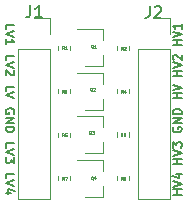
<source format=gbr>
G04 #@! TF.GenerationSoftware,KiCad,Pcbnew,(5.1.4)-1*
G04 #@! TF.CreationDate,2019-10-08T20:24:19-04:00*
G04 #@! TF.ProjectId,logic level shifter (bidirectional),6c6f6769-6320-46c6-9576-656c20736869,rev?*
G04 #@! TF.SameCoordinates,Original*
G04 #@! TF.FileFunction,Legend,Top*
G04 #@! TF.FilePolarity,Positive*
%FSLAX46Y46*%
G04 Gerber Fmt 4.6, Leading zero omitted, Abs format (unit mm)*
G04 Created by KiCad (PCBNEW (5.1.4)-1) date 2019-10-08 20:24:19*
%MOMM*%
%LPD*%
G04 APERTURE LIST*
%ADD10C,0.180975*%
%ADD11C,0.120000*%
%ADD12C,0.062500*%
%ADD13C,0.150000*%
G04 APERTURE END LIST*
D10*
X121573485Y-75555988D02*
X120823485Y-75555988D01*
X121180628Y-75555988D02*
X121180628Y-75127416D01*
X121573485Y-75127416D02*
X120823485Y-75127416D01*
X120823485Y-74877416D02*
X121573485Y-74627416D01*
X120823485Y-74377416D01*
X120894914Y-74163131D02*
X120859200Y-74127416D01*
X120823485Y-74055988D01*
X120823485Y-73877416D01*
X120859200Y-73805988D01*
X120894914Y-73770273D01*
X120966342Y-73734559D01*
X121037771Y-73734559D01*
X121144914Y-73770273D01*
X121573485Y-74198845D01*
X121573485Y-73734559D01*
X120859200Y-79887649D02*
X120823485Y-79959078D01*
X120823485Y-80066221D01*
X120859200Y-80173363D01*
X120930628Y-80244792D01*
X121002057Y-80280506D01*
X121144914Y-80316221D01*
X121252057Y-80316221D01*
X121394914Y-80280506D01*
X121466342Y-80244792D01*
X121537771Y-80173363D01*
X121573485Y-80066221D01*
X121573485Y-79994792D01*
X121537771Y-79887649D01*
X121502057Y-79851935D01*
X121252057Y-79851935D01*
X121252057Y-79994792D01*
X121573485Y-79530506D02*
X120823485Y-79530506D01*
X121573485Y-79101935D01*
X120823485Y-79101935D01*
X121573485Y-78744792D02*
X120823485Y-78744792D01*
X120823485Y-78566221D01*
X120859200Y-78459078D01*
X120930628Y-78387649D01*
X121002057Y-78351935D01*
X121144914Y-78316221D01*
X121252057Y-78316221D01*
X121394914Y-78351935D01*
X121466342Y-78387649D01*
X121537771Y-78459078D01*
X121573485Y-78566221D01*
X121573485Y-78744792D01*
X121573485Y-72952657D02*
X120823485Y-72952657D01*
X121180628Y-72952657D02*
X121180628Y-72524085D01*
X121573485Y-72524085D02*
X120823485Y-72524085D01*
X120823485Y-72274085D02*
X121573485Y-72024085D01*
X120823485Y-71774085D01*
X121573485Y-71131228D02*
X121573485Y-71559800D01*
X121573485Y-71345514D02*
X120823485Y-71345514D01*
X120930628Y-71416942D01*
X121002057Y-71488371D01*
X121037771Y-71559800D01*
X121573485Y-77445033D02*
X120823485Y-77445033D01*
X121180628Y-77445033D02*
X121180628Y-77016461D01*
X121573485Y-77016461D02*
X120823485Y-77016461D01*
X120823485Y-76766461D02*
X121573485Y-76516461D01*
X120823485Y-76266461D01*
X121573485Y-82973123D02*
X120823485Y-82973123D01*
X121180628Y-82973123D02*
X121180628Y-82544551D01*
X121573485Y-82544551D02*
X120823485Y-82544551D01*
X120823485Y-82294551D02*
X121573485Y-82044551D01*
X120823485Y-81794551D01*
X120823485Y-81615980D02*
X120823485Y-81151694D01*
X121109200Y-81401694D01*
X121109200Y-81294551D01*
X121144914Y-81223123D01*
X121180628Y-81187408D01*
X121252057Y-81151694D01*
X121430628Y-81151694D01*
X121502057Y-81187408D01*
X121537771Y-81223123D01*
X121573485Y-81294551D01*
X121573485Y-81508837D01*
X121537771Y-81580266D01*
X121502057Y-81615980D01*
X121573485Y-85576457D02*
X120823485Y-85576457D01*
X121180628Y-85576457D02*
X121180628Y-85147885D01*
X121573485Y-85147885D02*
X120823485Y-85147885D01*
X120823485Y-84897885D02*
X121573485Y-84647885D01*
X120823485Y-84397885D01*
X121073485Y-83826457D02*
X121573485Y-83826457D01*
X120787771Y-84005028D02*
X121323485Y-84183600D01*
X121323485Y-83719314D01*
X106670914Y-84211771D02*
X106670914Y-83854628D01*
X107420914Y-83854628D01*
X107420914Y-84354628D02*
X106670914Y-84604628D01*
X107420914Y-84854628D01*
X107170914Y-85426057D02*
X106670914Y-85426057D01*
X107456628Y-85247485D02*
X106920914Y-85068914D01*
X106920914Y-85533200D01*
X106670914Y-81608437D02*
X106670914Y-81251294D01*
X107420914Y-81251294D01*
X107420914Y-81751294D02*
X106670914Y-82001294D01*
X107420914Y-82251294D01*
X107420914Y-82429866D02*
X107420914Y-82894151D01*
X107135200Y-82644151D01*
X107135200Y-82751294D01*
X107099485Y-82822723D01*
X107063771Y-82858437D01*
X106992342Y-82894151D01*
X106813771Y-82894151D01*
X106742342Y-82858437D01*
X106706628Y-82822723D01*
X106670914Y-82751294D01*
X106670914Y-82537008D01*
X106706628Y-82465580D01*
X106742342Y-82429866D01*
X107385200Y-78719392D02*
X107420914Y-78647963D01*
X107420914Y-78540821D01*
X107385200Y-78433678D01*
X107313771Y-78362249D01*
X107242342Y-78326535D01*
X107099485Y-78290821D01*
X106992342Y-78290821D01*
X106849485Y-78326535D01*
X106778057Y-78362249D01*
X106706628Y-78433678D01*
X106670914Y-78540821D01*
X106670914Y-78612249D01*
X106706628Y-78719392D01*
X106742342Y-78755106D01*
X106992342Y-78755106D01*
X106992342Y-78612249D01*
X106670914Y-79076535D02*
X107420914Y-79076535D01*
X106670914Y-79505106D01*
X107420914Y-79505106D01*
X106670914Y-79862249D02*
X107420914Y-79862249D01*
X107420914Y-80040821D01*
X107385200Y-80147963D01*
X107313771Y-80219392D01*
X107242342Y-80255106D01*
X107099485Y-80290821D01*
X106992342Y-80290821D01*
X106849485Y-80255106D01*
X106778057Y-80219392D01*
X106706628Y-80147963D01*
X106670914Y-80040821D01*
X106670914Y-79862249D01*
X106670914Y-76794633D02*
X106670914Y-76437490D01*
X107420914Y-76437490D01*
X107420914Y-76937490D02*
X106670914Y-77187490D01*
X107420914Y-77437490D01*
X106670914Y-74191302D02*
X106670914Y-73834159D01*
X107420914Y-73834159D01*
X107420914Y-74334159D02*
X106670914Y-74584159D01*
X107420914Y-74834159D01*
X107349485Y-75048445D02*
X107385200Y-75084159D01*
X107420914Y-75155588D01*
X107420914Y-75334159D01*
X107385200Y-75405588D01*
X107349485Y-75441302D01*
X107278057Y-75477016D01*
X107206628Y-75477016D01*
X107099485Y-75441302D01*
X106670914Y-75012731D01*
X106670914Y-75477016D01*
X106670914Y-71587971D02*
X106670914Y-71230828D01*
X107420914Y-71230828D01*
X107420914Y-71730828D02*
X106670914Y-71980828D01*
X107420914Y-72230828D01*
X106670914Y-72873685D02*
X106670914Y-72445114D01*
X106670914Y-72659400D02*
X107420914Y-72659400D01*
X107313771Y-72587971D01*
X107242342Y-72516542D01*
X107206628Y-72445114D01*
D11*
X114882200Y-74732000D02*
X114882200Y-73802000D01*
X114882200Y-71572000D02*
X114882200Y-72502000D01*
X114882200Y-71572000D02*
X112722200Y-71572000D01*
X114882200Y-74732000D02*
X113422200Y-74732000D01*
X114882200Y-78415000D02*
X113422200Y-78415000D01*
X114882200Y-75255000D02*
X112722200Y-75255000D01*
X114882200Y-75255000D02*
X114882200Y-76185000D01*
X114882200Y-78415000D02*
X114882200Y-77485000D01*
X114882200Y-82098000D02*
X114882200Y-81168000D01*
X114882200Y-78938000D02*
X114882200Y-79868000D01*
X114882200Y-78938000D02*
X112722200Y-78938000D01*
X114882200Y-82098000D02*
X113422200Y-82098000D01*
X114882200Y-85781000D02*
X113422200Y-85781000D01*
X114882200Y-82621000D02*
X112722200Y-82621000D01*
X114882200Y-82621000D02*
X114882200Y-83551000D01*
X114882200Y-85781000D02*
X114882200Y-84851000D01*
X112143000Y-72980733D02*
X112143000Y-73323267D01*
X111123000Y-72980733D02*
X111123000Y-73323267D01*
X117146800Y-73374067D02*
X117146800Y-73031533D01*
X116126800Y-73374067D02*
X116126800Y-73031533D01*
X112143000Y-76663733D02*
X112143000Y-77006267D01*
X111123000Y-76663733D02*
X111123000Y-77006267D01*
X116126800Y-76663733D02*
X116126800Y-77006267D01*
X117146800Y-76663733D02*
X117146800Y-77006267D01*
X112143000Y-80346733D02*
X112143000Y-80689267D01*
X111123000Y-80346733D02*
X111123000Y-80689267D01*
X116101400Y-80321333D02*
X116101400Y-80663867D01*
X117121400Y-80321333D02*
X117121400Y-80663867D01*
X112143000Y-84029733D02*
X112143000Y-84372267D01*
X111123000Y-84029733D02*
X111123000Y-84372267D01*
X117121400Y-84029733D02*
X117121400Y-84372267D01*
X116101400Y-84029733D02*
X116101400Y-84372267D01*
X109093000Y-70628200D02*
X110423000Y-70628200D01*
X110423000Y-70628200D02*
X110423000Y-71958200D01*
X110423000Y-73228200D02*
X110423000Y-85988200D01*
X107763000Y-85988200D02*
X110423000Y-85988200D01*
X107763000Y-73228200D02*
X107763000Y-85988200D01*
X107763000Y-73228200D02*
X110423000Y-73228200D01*
X117923000Y-73228200D02*
X120583000Y-73228200D01*
X117923000Y-73228200D02*
X117923000Y-85988200D01*
X117923000Y-85988200D02*
X120583000Y-85988200D01*
X120583000Y-73228200D02*
X120583000Y-85988200D01*
X120583000Y-70628200D02*
X120583000Y-71958200D01*
X119253000Y-70628200D02*
X120583000Y-70628200D01*
D12*
X114098390Y-73174604D02*
X114074580Y-73162700D01*
X114050771Y-73138890D01*
X114015057Y-73103176D01*
X113991247Y-73091271D01*
X113967438Y-73091271D01*
X113979342Y-73150795D02*
X113955533Y-73138890D01*
X113931723Y-73115080D01*
X113919819Y-73067461D01*
X113919819Y-72984128D01*
X113931723Y-72936509D01*
X113955533Y-72912700D01*
X113979342Y-72900795D01*
X114026961Y-72900795D01*
X114050771Y-72912700D01*
X114074580Y-72936509D01*
X114086485Y-72984128D01*
X114086485Y-73067461D01*
X114074580Y-73115080D01*
X114050771Y-73138890D01*
X114026961Y-73150795D01*
X113979342Y-73150795D01*
X114324580Y-73150795D02*
X114181723Y-73150795D01*
X114253152Y-73150795D02*
X114253152Y-72900795D01*
X114229342Y-72936509D01*
X114205533Y-72960319D01*
X114181723Y-72972223D01*
X113996790Y-76794104D02*
X113972980Y-76782200D01*
X113949171Y-76758390D01*
X113913457Y-76722676D01*
X113889647Y-76710771D01*
X113865838Y-76710771D01*
X113877742Y-76770295D02*
X113853933Y-76758390D01*
X113830123Y-76734580D01*
X113818219Y-76686961D01*
X113818219Y-76603628D01*
X113830123Y-76556009D01*
X113853933Y-76532200D01*
X113877742Y-76520295D01*
X113925361Y-76520295D01*
X113949171Y-76532200D01*
X113972980Y-76556009D01*
X113984885Y-76603628D01*
X113984885Y-76686961D01*
X113972980Y-76734580D01*
X113949171Y-76758390D01*
X113925361Y-76770295D01*
X113877742Y-76770295D01*
X114080123Y-76544104D02*
X114092028Y-76532200D01*
X114115838Y-76520295D01*
X114175361Y-76520295D01*
X114199171Y-76532200D01*
X114211076Y-76544104D01*
X114222980Y-76567914D01*
X114222980Y-76591723D01*
X114211076Y-76627438D01*
X114068219Y-76770295D01*
X114222980Y-76770295D01*
X113945990Y-80477104D02*
X113922180Y-80465200D01*
X113898371Y-80441390D01*
X113862657Y-80405676D01*
X113838847Y-80393771D01*
X113815038Y-80393771D01*
X113826942Y-80453295D02*
X113803133Y-80441390D01*
X113779323Y-80417580D01*
X113767419Y-80369961D01*
X113767419Y-80286628D01*
X113779323Y-80239009D01*
X113803133Y-80215200D01*
X113826942Y-80203295D01*
X113874561Y-80203295D01*
X113898371Y-80215200D01*
X113922180Y-80239009D01*
X113934085Y-80286628D01*
X113934085Y-80369961D01*
X113922180Y-80417580D01*
X113898371Y-80441390D01*
X113874561Y-80453295D01*
X113826942Y-80453295D01*
X114017419Y-80203295D02*
X114172180Y-80203295D01*
X114088847Y-80298533D01*
X114124561Y-80298533D01*
X114148371Y-80310438D01*
X114160276Y-80322342D01*
X114172180Y-80346152D01*
X114172180Y-80405676D01*
X114160276Y-80429485D01*
X114148371Y-80441390D01*
X114124561Y-80453295D01*
X114053133Y-80453295D01*
X114029323Y-80441390D01*
X114017419Y-80429485D01*
X114072990Y-84312504D02*
X114049180Y-84300600D01*
X114025371Y-84276790D01*
X113989657Y-84241076D01*
X113965847Y-84229171D01*
X113942038Y-84229171D01*
X113953942Y-84288695D02*
X113930133Y-84276790D01*
X113906323Y-84252980D01*
X113894419Y-84205361D01*
X113894419Y-84122028D01*
X113906323Y-84074409D01*
X113930133Y-84050600D01*
X113953942Y-84038695D01*
X114001561Y-84038695D01*
X114025371Y-84050600D01*
X114049180Y-84074409D01*
X114061085Y-84122028D01*
X114061085Y-84205361D01*
X114049180Y-84252980D01*
X114025371Y-84276790D01*
X114001561Y-84288695D01*
X113953942Y-84288695D01*
X114275371Y-84122028D02*
X114275371Y-84288695D01*
X114215847Y-84026790D02*
X114156323Y-84205361D01*
X114311085Y-84205361D01*
X111616733Y-73265095D02*
X111533400Y-73146047D01*
X111473876Y-73265095D02*
X111473876Y-73015095D01*
X111569114Y-73015095D01*
X111592923Y-73027000D01*
X111604828Y-73038904D01*
X111616733Y-73062714D01*
X111616733Y-73098428D01*
X111604828Y-73122238D01*
X111592923Y-73134142D01*
X111569114Y-73146047D01*
X111473876Y-73146047D01*
X111854828Y-73265095D02*
X111711971Y-73265095D01*
X111783400Y-73265095D02*
X111783400Y-73015095D01*
X111759590Y-73050809D01*
X111735780Y-73074619D01*
X111711971Y-73086523D01*
X116595133Y-73315895D02*
X116511800Y-73196847D01*
X116452276Y-73315895D02*
X116452276Y-73065895D01*
X116547514Y-73065895D01*
X116571323Y-73077800D01*
X116583228Y-73089704D01*
X116595133Y-73113514D01*
X116595133Y-73149228D01*
X116583228Y-73173038D01*
X116571323Y-73184942D01*
X116547514Y-73196847D01*
X116452276Y-73196847D01*
X116690371Y-73089704D02*
X116702276Y-73077800D01*
X116726085Y-73065895D01*
X116785609Y-73065895D01*
X116809419Y-73077800D01*
X116821323Y-73089704D01*
X116833228Y-73113514D01*
X116833228Y-73137323D01*
X116821323Y-73173038D01*
X116678466Y-73315895D01*
X116833228Y-73315895D01*
X111591333Y-76948095D02*
X111508000Y-76829047D01*
X111448476Y-76948095D02*
X111448476Y-76698095D01*
X111543714Y-76698095D01*
X111567523Y-76710000D01*
X111579428Y-76721904D01*
X111591333Y-76745714D01*
X111591333Y-76781428D01*
X111579428Y-76805238D01*
X111567523Y-76817142D01*
X111543714Y-76829047D01*
X111448476Y-76829047D01*
X111674666Y-76698095D02*
X111829428Y-76698095D01*
X111746095Y-76793333D01*
X111781809Y-76793333D01*
X111805619Y-76805238D01*
X111817523Y-76817142D01*
X111829428Y-76840952D01*
X111829428Y-76900476D01*
X111817523Y-76924285D01*
X111805619Y-76936190D01*
X111781809Y-76948095D01*
X111710380Y-76948095D01*
X111686571Y-76936190D01*
X111674666Y-76924285D01*
X116595133Y-76960795D02*
X116511800Y-76841747D01*
X116452276Y-76960795D02*
X116452276Y-76710795D01*
X116547514Y-76710795D01*
X116571323Y-76722700D01*
X116583228Y-76734604D01*
X116595133Y-76758414D01*
X116595133Y-76794128D01*
X116583228Y-76817938D01*
X116571323Y-76829842D01*
X116547514Y-76841747D01*
X116452276Y-76841747D01*
X116809419Y-76794128D02*
X116809419Y-76960795D01*
X116749895Y-76698890D02*
X116690371Y-76877461D01*
X116845133Y-76877461D01*
X111616733Y-80656495D02*
X111533400Y-80537447D01*
X111473876Y-80656495D02*
X111473876Y-80406495D01*
X111569114Y-80406495D01*
X111592923Y-80418400D01*
X111604828Y-80430304D01*
X111616733Y-80454114D01*
X111616733Y-80489828D01*
X111604828Y-80513638D01*
X111592923Y-80525542D01*
X111569114Y-80537447D01*
X111473876Y-80537447D01*
X111842923Y-80406495D02*
X111723876Y-80406495D01*
X111711971Y-80525542D01*
X111723876Y-80513638D01*
X111747685Y-80501733D01*
X111807209Y-80501733D01*
X111831019Y-80513638D01*
X111842923Y-80525542D01*
X111854828Y-80549352D01*
X111854828Y-80608876D01*
X111842923Y-80632685D01*
X111831019Y-80644590D01*
X111807209Y-80656495D01*
X111747685Y-80656495D01*
X111723876Y-80644590D01*
X111711971Y-80632685D01*
X116569733Y-80618395D02*
X116486400Y-80499347D01*
X116426876Y-80618395D02*
X116426876Y-80368395D01*
X116522114Y-80368395D01*
X116545923Y-80380300D01*
X116557828Y-80392204D01*
X116569733Y-80416014D01*
X116569733Y-80451728D01*
X116557828Y-80475538D01*
X116545923Y-80487442D01*
X116522114Y-80499347D01*
X116426876Y-80499347D01*
X116784019Y-80368395D02*
X116736400Y-80368395D01*
X116712590Y-80380300D01*
X116700685Y-80392204D01*
X116676876Y-80427919D01*
X116664971Y-80475538D01*
X116664971Y-80570776D01*
X116676876Y-80594585D01*
X116688780Y-80606490D01*
X116712590Y-80618395D01*
X116760209Y-80618395D01*
X116784019Y-80606490D01*
X116795923Y-80594585D01*
X116807828Y-80570776D01*
X116807828Y-80511252D01*
X116795923Y-80487442D01*
X116784019Y-80475538D01*
X116760209Y-80463633D01*
X116712590Y-80463633D01*
X116688780Y-80475538D01*
X116676876Y-80487442D01*
X116664971Y-80511252D01*
X111616733Y-84314095D02*
X111533400Y-84195047D01*
X111473876Y-84314095D02*
X111473876Y-84064095D01*
X111569114Y-84064095D01*
X111592923Y-84076000D01*
X111604828Y-84087904D01*
X111616733Y-84111714D01*
X111616733Y-84147428D01*
X111604828Y-84171238D01*
X111592923Y-84183142D01*
X111569114Y-84195047D01*
X111473876Y-84195047D01*
X111700066Y-84064095D02*
X111866733Y-84064095D01*
X111759590Y-84314095D01*
X116582433Y-84326795D02*
X116499100Y-84207747D01*
X116439576Y-84326795D02*
X116439576Y-84076795D01*
X116534814Y-84076795D01*
X116558623Y-84088700D01*
X116570528Y-84100604D01*
X116582433Y-84124414D01*
X116582433Y-84160128D01*
X116570528Y-84183938D01*
X116558623Y-84195842D01*
X116534814Y-84207747D01*
X116439576Y-84207747D01*
X116725290Y-84183938D02*
X116701480Y-84172033D01*
X116689576Y-84160128D01*
X116677671Y-84136319D01*
X116677671Y-84124414D01*
X116689576Y-84100604D01*
X116701480Y-84088700D01*
X116725290Y-84076795D01*
X116772909Y-84076795D01*
X116796719Y-84088700D01*
X116808623Y-84100604D01*
X116820528Y-84124414D01*
X116820528Y-84136319D01*
X116808623Y-84160128D01*
X116796719Y-84172033D01*
X116772909Y-84183938D01*
X116725290Y-84183938D01*
X116701480Y-84195842D01*
X116689576Y-84207747D01*
X116677671Y-84231557D01*
X116677671Y-84279176D01*
X116689576Y-84302985D01*
X116701480Y-84314890D01*
X116725290Y-84326795D01*
X116772909Y-84326795D01*
X116796719Y-84314890D01*
X116808623Y-84302985D01*
X116820528Y-84279176D01*
X116820528Y-84231557D01*
X116808623Y-84207747D01*
X116796719Y-84195842D01*
X116772909Y-84183938D01*
D13*
X108759666Y-69556380D02*
X108759666Y-70270666D01*
X108712047Y-70413523D01*
X108616809Y-70508761D01*
X108473952Y-70556380D01*
X108378714Y-70556380D01*
X109759666Y-70556380D02*
X109188238Y-70556380D01*
X109473952Y-70556380D02*
X109473952Y-69556380D01*
X109378714Y-69699238D01*
X109283476Y-69794476D01*
X109188238Y-69842095D01*
X118868866Y-69632580D02*
X118868866Y-70346866D01*
X118821247Y-70489723D01*
X118726009Y-70584961D01*
X118583152Y-70632580D01*
X118487914Y-70632580D01*
X119297438Y-69727819D02*
X119345057Y-69680200D01*
X119440295Y-69632580D01*
X119678390Y-69632580D01*
X119773628Y-69680200D01*
X119821247Y-69727819D01*
X119868866Y-69823057D01*
X119868866Y-69918295D01*
X119821247Y-70061152D01*
X119249819Y-70632580D01*
X119868866Y-70632580D01*
M02*

</source>
